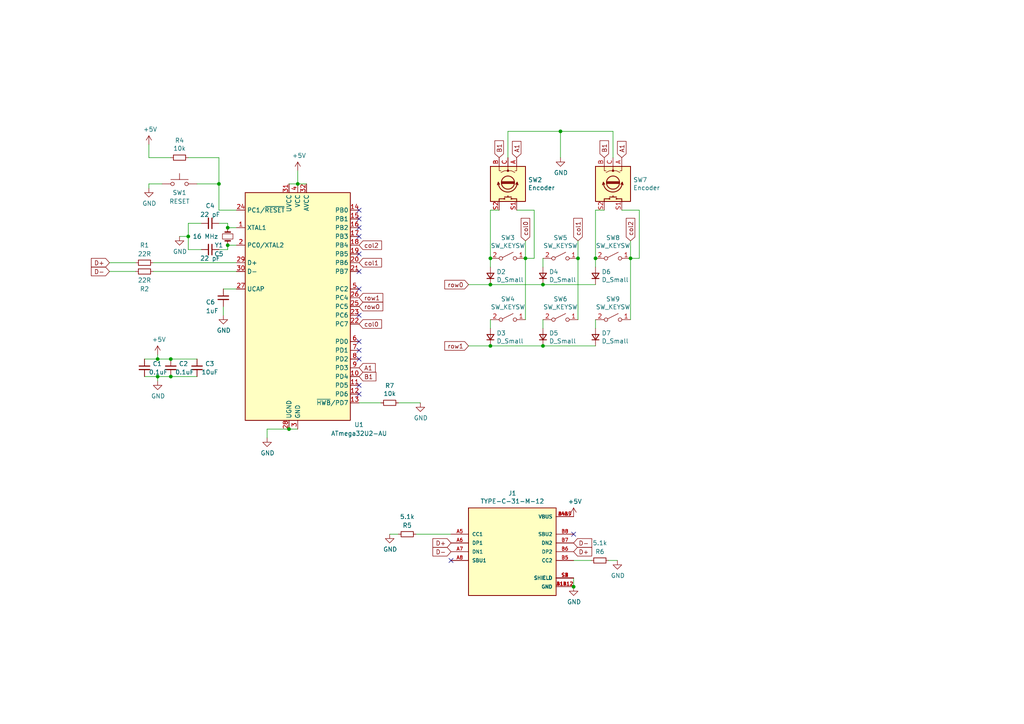
<source format=kicad_sch>
(kicad_sch (version 20211123) (generator eeschema)
  (paper "A4")
  (lib_symbols
    (symbol "Device:C_Small" (pin_numbers hide) (pin_names (offset 0.254) hide)
      (property "Reference" "C" (at 0.254 1.778 0))
      (property "Value" "C_Small" (at 0.254 -2.032 0))
      (symbol "C_Small_0_1"
        (polyline (pts (xy -1.524 -0.508) (xy 1.524 -0.508)) (stroke (width 0.3302)))
        (polyline (pts (xy -1.524 0.508) (xy 1.524 0.508)) (stroke (width 0.3048)))
      )
      (symbol "C_Small_1_1"
        (pin passive line (at 0 2.54 270) (length 2.032) (name "~") (number "1"))
        (pin passive line (at 0 -2.54 90) (length 2.032) (name "~") (number "2"))
      )
    )
    (symbol "Device:Crystal_Small" (pin_numbers hide) (pin_names (offset 1.016) hide)
      (property "Reference" "Y" (at 0 2.54 0))
      (property "Value" "Crystal_Small" (at 0 -2.54 0))
      (symbol "Crystal_Small_0_1"
        (rectangle (start -0.762 -1.524) (end 0.762 1.524))
        (polyline (pts (xy -1.27 -0.762) (xy -1.27 0.762)) (stroke (width 0.381)))
        (polyline (pts (xy 1.27 -0.762) (xy 1.27 0.762)) (stroke (width 0.381)))
      )
      (symbol "Crystal_Small_1_1"
        (pin passive line (at -2.54 0 0) (length 1.27) (name "1") (number "1"))
        (pin passive line (at 2.54 0 180) (length 1.27) (name "2") (number "2"))
      )
    )
    (symbol "Device:D_Small" (pin_numbers hide) (pin_names (offset 0.254) hide)
      (property "Reference" "D" (at -1.27 2.032 0))
      (property "Value" "D_Small" (at -3.81 -2.032 0))
      (symbol "D_Small_0_1"
        (polyline (pts (xy -0.762 -1.016) (xy -0.762 1.016)) (stroke (width 0.254)))
        (polyline (pts (xy -0.762 0) (xy 0.762 0)))
        (polyline (pts (xy 0.762 -1.016) (xy -0.762 0) (xy 0.762 1.016) (xy 0.762 -1.016)) (stroke (width 0.254)))
      )
      (symbol "D_Small_1_1"
        (pin passive line (at -2.54 0 0) (length 1.778) (name "K") (number "1"))
        (pin passive line (at 2.54 0 180) (length 1.778) (name "A") (number "2"))
      )
    )
    (symbol "Device:R_Small" (pin_numbers hide) (pin_names (offset 0.254) hide)
      (property "Reference" "R" (at 0.762 0.508 0))
      (property "Value" "R_Small" (at 0.762 -1.016 0))
      (symbol "R_Small_0_1"
        (rectangle (start -0.762 1.778) (end 0.762 -1.778) (stroke (width 0.2032)))
      )
      (symbol "R_Small_1_1"
        (pin passive line (at 0 2.54 270) (length 0.762) (name "~") (number "1"))
        (pin passive line (at 0 -2.54 90) (length 0.762) (name "~") (number "2"))
      )
    )
    (symbol "Device:Rotary_Encoder_Switch" (pin_names (offset 0.254) hide)
      (property "Reference" "SW" (at 0 6.604 0))
      (property "Value" "Device_Rotary_Encoder_Switch" (at 0 -6.604 0))
      (symbol "Rotary_Encoder_Switch_0_1"
        (rectangle (start -5.08 5.08) (end 5.08 -5.08) (stroke (width 0.254)) (fill (type background)))
        (circle (center -3.81 0) (radius 0.254) (fill (type outline)))
        (arc (start -0.381 -2.794) (mid 2.3622 -0.0508) (end -0.381 2.667) (stroke (width 0.254)))
        (circle (center -0.381 0) (radius 1.905) (stroke (width 0.254)))
        (polyline (pts (xy -0.635 -1.778) (xy -0.635 1.778)) (stroke (width 0.254)))
        (polyline (pts (xy -0.381 -1.778) (xy -0.381 1.778)) (stroke (width 0.254)))
        (polyline (pts (xy -0.127 1.778) (xy -0.127 -1.778)) (stroke (width 0.254)))
        (polyline (pts (xy 3.81 0) (xy 3.429 0)) (stroke (width 0.254)))
        (polyline (pts (xy 3.81 1.016) (xy 3.81 -1.016)) (stroke (width 0.254)))
        (polyline (pts (xy -5.08 -2.54) (xy -3.81 -2.54) (xy -3.81 -2.032)))
        (polyline (pts (xy -5.08 2.54) (xy -3.81 2.54) (xy -3.81 2.032)))
        (polyline (pts (xy 0.254 -3.048) (xy -0.508 -2.794) (xy 0.127 -2.413)) (stroke (width 0.254)))
        (polyline (pts (xy 0.254 2.921) (xy -0.508 2.667) (xy 0.127 2.286)) (stroke (width 0.254)))
        (polyline (pts (xy 5.08 -2.54) (xy 4.318 -2.54) (xy 4.318 -1.016)) (stroke (width 0.254)))
        (polyline (pts (xy 5.08 2.54) (xy 4.318 2.54) (xy 4.318 1.016)) (stroke (width 0.254)))
        (polyline (pts (xy -5.08 0) (xy -3.81 0) (xy -3.81 -1.016) (xy -3.302 -2.032)))
        (polyline (pts (xy -4.318 0) (xy -3.81 0) (xy -3.81 1.016) (xy -3.302 2.032)))
        (circle (center 4.318 -1.016) (radius 0.127) (stroke (width 0.254)))
        (circle (center 4.318 1.016) (radius 0.127) (stroke (width 0.254)))
      )
      (symbol "Rotary_Encoder_Switch_1_1"
        (pin passive line (at -7.62 2.54 0) (length 2.54) (name "A") (number "A"))
        (pin passive line (at -7.62 -2.54 0) (length 2.54) (name "B") (number "B"))
        (pin passive line (at -7.62 0 0) (length 2.54) (name "C") (number "C"))
        (pin passive line (at 7.62 2.54 180) (length 2.54) (name "S1") (number "S1"))
        (pin passive line (at 7.62 -2.54 180) (length 2.54) (name "S2") (number "S2"))
      )
    )
    (symbol "MCU_Microchip_ATmega:ATmega32U2-AU"
      (property "Reference" "U" (at -15.24 34.29 0))
      (property "Value" "MCU_Microchip_ATmega_ATmega32U2-AU" (at 2.54 -34.29 0))
      (symbol "ATmega32U2-AU_0_1"
        (rectangle (start -15.24 -33.02) (end 15.24 33.02) (stroke (width 0.254)) (fill (type background)))
      )
      (symbol "ATmega32U2-AU_1_1"
        (pin input line (at -17.78 22.86 0) (length 2.54) (name "XTAL1") (number "1"))
        (pin bidirectional line (at 17.78 -20.32 180) (length 2.54) (name "PD4") (number "10"))
        (pin bidirectional line (at 17.78 -22.86 180) (length 2.54) (name "PD5") (number "11"))
        (pin bidirectional line (at 17.78 -25.4 180) (length 2.54) (name "PD6") (number "12"))
        (pin bidirectional line (at 17.78 -27.94 180) (length 2.54) (name "~{HWB}/PD7") (number "13"))
        (pin bidirectional line (at 17.78 27.94 180) (length 2.54) (name "PB0") (number "14"))
        (pin bidirectional line (at 17.78 25.4 180) (length 2.54) (name "PB1") (number "15"))
        (pin bidirectional line (at 17.78 22.86 180) (length 2.54) (name "PB2") (number "16"))
        (pin bidirectional line (at 17.78 20.32 180) (length 2.54) (name "PB3") (number "17"))
        (pin bidirectional line (at 17.78 17.78 180) (length 2.54) (name "PB4") (number "18"))
        (pin bidirectional line (at 17.78 15.24 180) (length 2.54) (name "PB5") (number "19"))
        (pin bidirectional line (at -17.78 17.78 0) (length 2.54) (name "PC0/XTAL2") (number "2"))
        (pin bidirectional line (at 17.78 12.7 180) (length 2.54) (name "PB6") (number "20"))
        (pin bidirectional line (at 17.78 10.16 180) (length 2.54) (name "PB7") (number "21"))
        (pin bidirectional line (at 17.78 -5.08 180) (length 2.54) (name "PC7") (number "22"))
        (pin bidirectional line (at 17.78 -2.54 180) (length 2.54) (name "PC6") (number "23"))
        (pin bidirectional line (at -17.78 27.94 0) (length 2.54) (name "PC1/~{RESET}") (number "24"))
        (pin bidirectional line (at 17.78 0 180) (length 2.54) (name "PC5") (number "25"))
        (pin bidirectional line (at 17.78 2.54 180) (length 2.54) (name "PC4") (number "26"))
        (pin passive line (at -17.78 5.08 0) (length 2.54) (name "UCAP") (number "27"))
        (pin power_in line (at -2.54 -35.56 90) (length 2.54) (name "UGND") (number "28"))
        (pin bidirectional line (at -17.78 12.7 0) (length 2.54) (name "D+") (number "29"))
        (pin power_in line (at 0 -35.56 90) (length 2.54) (name "GND") (number "3"))
        (pin bidirectional line (at -17.78 10.16 0) (length 2.54) (name "D-") (number "30"))
        (pin power_in line (at -2.54 35.56 270) (length 2.54) (name "UVCC") (number "31"))
        (pin power_in line (at 2.54 35.56 270) (length 2.54) (name "AVCC") (number "32"))
        (pin power_in line (at 0 35.56 270) (length 2.54) (name "VCC") (number "4"))
        (pin bidirectional line (at 17.78 5.08 180) (length 2.54) (name "PC2") (number "5"))
        (pin bidirectional line (at 17.78 -10.16 180) (length 2.54) (name "PD0") (number "6"))
        (pin bidirectional line (at 17.78 -12.7 180) (length 2.54) (name "PD1") (number "7"))
        (pin bidirectional line (at 17.78 -15.24 180) (length 2.54) (name "PD2") (number "8"))
        (pin bidirectional line (at 17.78 -17.78 180) (length 2.54) (name "PD3") (number "9"))
      )
    )
    (symbol "SamacSys_Parts:SW_KEYSW" (pin_names (offset 0) hide)
      (property "Reference" "SW" (at 0 3.175 0))
      (property "Value" "SamacSys_Parts_SW_KEYSW" (at 0 -2.54 0))
      (symbol "SW_KEYSW_0_0"
        (circle (center -2.032 0) (radius 0.508))
        (polyline (pts (xy -1.524 0.254) (xy 1.524 1.778)))
        (circle (center 2.032 0) (radius 0.508))
      )
      (symbol "SW_KEYSW_1_1"
        (pin passive line (at 5.08 0 180) (length 2.54) (name "B") (number "1"))
        (pin passive line (at -5.08 0 0) (length 2.54) (name "A") (number "2"))
      )
    )
    (symbol "Switch:SW_Push" (pin_numbers hide) (pin_names (offset 1.016) hide)
      (property "Reference" "SW" (at 1.27 2.54 0))
      (property "Value" "SW_Push" (at 0 -1.524 0))
      (symbol "SW_Push_0_1"
        (circle (center -2.032 0) (radius 0.508))
        (polyline (pts (xy 0 1.27) (xy 0 3.048)))
        (polyline (pts (xy 2.54 1.27) (xy -2.54 1.27)))
        (circle (center 2.032 0) (radius 0.508))
        (pin passive line (at -5.08 0 0) (length 2.54) (name "1") (number "1"))
        (pin passive line (at 5.08 0 180) (length 2.54) (name "2") (number "2"))
      )
    )
    (symbol "TYPE-C-31-M-12:TYPE-C-31-M-12" (pin_names (offset 1.016))
      (property "Reference" "J" (at -12.7 13.462 0))
      (property "Value" "TYPE-C-31-M-12_TYPE-C-31-M-12" (at -12.7 -13.462 0))
      (symbol "TYPE-C-31-M-12_0_0"
        (rectangle (start -12.7 -12.7) (end 12.7 12.7) (stroke (width 0.254)) (fill (type background)))
        (pin power_in line (at 17.78 -10.16 180) (length 5.08) (name "GND") (number "A1B12"))
        (pin power_in line (at 17.78 10.16 180) (length 5.08) (name "VBUS") (number "A4B9"))
        (pin bidirectional line (at -17.78 5.08 0) (length 5.08) (name "CC1") (number "A5"))
        (pin bidirectional line (at -17.78 2.54 0) (length 5.08) (name "DP1") (number "A6"))
        (pin bidirectional line (at -17.78 0 0) (length 5.08) (name "DN1") (number "A7"))
        (pin bidirectional line (at -17.78 -2.54 0) (length 5.08) (name "SBU1") (number "A8"))
        (pin power_in line (at 17.78 -10.16 180) (length 5.08) (name "GND") (number "B1A12"))
        (pin power_in line (at 17.78 10.16 180) (length 5.08) (name "VBUS") (number "B4A9"))
        (pin bidirectional line (at 17.78 -2.54 180) (length 5.08) (name "CC2") (number "B5"))
        (pin bidirectional line (at 17.78 0 180) (length 5.08) (name "DP2") (number "B6"))
        (pin bidirectional line (at 17.78 2.54 180) (length 5.08) (name "DN2") (number "B7"))
        (pin bidirectional line (at 17.78 5.08 180) (length 5.08) (name "SBU2") (number "B8"))
        (pin passive line (at 17.78 -7.62 180) (length 5.08) (name "SHIELD") (number "S1"))
        (pin passive line (at 17.78 -7.62 180) (length 5.08) (name "SHIELD") (number "S2"))
        (pin passive line (at 17.78 -7.62 180) (length 5.08) (name "SHIELD") (number "S3"))
        (pin passive line (at 17.78 -7.62 180) (length 5.08) (name "SHIELD") (number "S4"))
      )
    )
    (symbol "power:+5V" (power) (pin_names (offset 0))
      (property "Value" "+5V" (at 0 3.556 0))
      (symbol "+5V_0_1"
        (polyline (pts (xy -0.762 1.27) (xy 0 2.54)))
        (polyline (pts (xy 0 0) (xy 0 2.54)))
        (polyline (pts (xy 0 2.54) (xy 0.762 1.27)))
      )
      (symbol "+5V_1_1"
        (pin power_in line (at 0 0 90) (length 0) hide (name "+5V") (number "1"))
      )
    )
    (symbol "power:GND" (power) (pin_names (offset 0))
      (property "Value" "GND" (at 0 -3.81 0))
      (symbol "GND_0_1"
        (polyline (pts (xy 0 0) (xy 0 -1.27) (xy 1.27 -1.27) (xy 0 -2.54) (xy -1.27 -1.27) (xy 0 -1.27)))
      )
      (symbol "GND_1_1"
        (pin power_in line (at 0 0 270) (length 0) hide (name "GND") (number "1"))
      )
    )
  )
  (junction (at 166.37 170.18))
  (junction (at 45.72 104.14))
  (junction (at 172.72 74.93))
  (junction (at 54.61 68.58))
  (junction (at 152.4 74.93))
  (junction (at 142.24 74.93))
  (junction (at 157.48 82.55))
  (junction (at 45.72 109.22))
  (junction (at 83.82 124.46))
  (junction (at 86.36 53.34))
  (junction (at 182.88 74.93))
  (junction (at 63.5 53.34))
  (junction (at 66.04 71.12))
  (junction (at 142.24 100.33))
  (junction (at 49.53 109.22))
  (junction (at 157.48 100.33))
  (junction (at 66.04 66.04))
  (junction (at 162.56 38.1))
  (junction (at 49.53 104.14))
  (junction (at 142.24 82.55))
  (junction (at 167.64 74.93))
  (no_connect (at 104.14 99.06))
  (no_connect (at 130.81 162.56))
  (no_connect (at 104.14 63.5))
  (no_connect (at 104.14 101.6))
  (no_connect (at 104.14 66.04))
  (no_connect (at 104.14 60.96))
  (no_connect (at 166.37 154.94))
  (no_connect (at 104.14 104.14))
  (no_connect (at 104.14 73.66))
  (no_connect (at 104.14 91.44))
  (no_connect (at 104.14 111.76))
  (no_connect (at 104.14 83.82))
  (no_connect (at 104.14 78.74))
  (no_connect (at 104.14 68.58))
  (no_connect (at 104.14 114.3))
  (wire (pts (xy 43.18 53.34) (xy 46.99 53.34)))
  (wire (pts (xy 49.53 104.14) (xy 57.15 104.14)))
  (wire (pts (xy 54.61 72.39) (xy 54.61 68.58)))
  (wire (pts (xy 54.61 45.72) (xy 63.5 45.72)))
  (wire (pts (xy 157.48 74.93) (xy 157.48 77.47)))
  (wire (pts (xy 175.26 60.96) (xy 172.72 60.96)))
  (wire (pts (xy 154.94 60.96) (xy 154.94 74.93)))
  (wire (pts (xy 172.72 100.33) (xy 157.48 100.33)))
  (wire (pts (xy 83.82 53.34) (xy 86.36 53.34)))
  (wire (pts (xy 147.32 45.72) (xy 147.32 38.1)))
  (wire (pts (xy 45.72 109.22) (xy 49.53 109.22)))
  (wire (pts (xy 77.47 124.46) (xy 77.47 127)))
  (wire (pts (xy 66.04 72.39) (xy 66.04 71.12)))
  (wire (pts (xy 121.92 116.84) (xy 115.57 116.84)))
  (wire (pts (xy 86.36 124.46) (xy 83.82 124.46)))
  (wire (pts (xy 180.34 60.96) (xy 185.42 60.96)))
  (wire (pts (xy 162.56 38.1) (xy 162.56 45.72)))
  (wire (pts (xy 177.8 45.72) (xy 177.8 38.1)))
  (wire (pts (xy 152.4 74.93) (xy 152.4 92.71)))
  (wire (pts (xy 149.86 60.96) (xy 154.94 60.96)))
  (wire (pts (xy 66.04 71.12) (xy 68.58 71.12)))
  (wire (pts (xy 41.91 104.14) (xy 45.72 104.14)))
  (wire (pts (xy 86.36 53.34) (xy 88.9 53.34)))
  (wire (pts (xy 172.72 77.47) (xy 172.72 74.93)))
  (wire (pts (xy 147.32 38.1) (xy 162.56 38.1)))
  (wire (pts (xy 41.91 109.22) (xy 45.72 109.22)))
  (wire (pts (xy 58.42 72.39) (xy 54.61 72.39)))
  (wire (pts (xy 49.53 45.72) (xy 43.18 45.72)))
  (wire (pts (xy 176.53 162.56) (xy 179.07 162.56)))
  (wire (pts (xy 157.48 82.55) (xy 142.24 82.55)))
  (wire (pts (xy 157.48 100.33) (xy 142.24 100.33)))
  (wire (pts (xy 66.04 66.04) (xy 66.04 64.77)))
  (wire (pts (xy 44.45 76.2) (xy 68.58 76.2)))
  (wire (pts (xy 58.42 64.77) (xy 54.61 64.77)))
  (wire (pts (xy 142.24 60.96) (xy 142.24 74.93)))
  (wire (pts (xy 64.77 88.9) (xy 64.77 91.44)))
  (wire (pts (xy 54.61 68.58) (xy 52.07 68.58)))
  (wire (pts (xy 43.18 41.91) (xy 43.18 45.72)))
  (wire (pts (xy 63.5 45.72) (xy 63.5 53.34)))
  (wire (pts (xy 142.24 92.71) (xy 142.24 95.25)))
  (wire (pts (xy 172.72 92.71) (xy 172.72 95.25)))
  (wire (pts (xy 63.5 72.39) (xy 66.04 72.39)))
  (wire (pts (xy 177.8 38.1) (xy 162.56 38.1)))
  (wire (pts (xy 45.72 109.22) (xy 45.72 110.49)))
  (wire (pts (xy 39.37 78.74) (xy 31.75 78.74)))
  (wire (pts (xy 45.72 104.14) (xy 49.53 104.14)))
  (wire (pts (xy 39.37 76.2) (xy 31.75 76.2)))
  (wire (pts (xy 172.72 82.55) (xy 157.48 82.55)))
  (wire (pts (xy 68.58 60.96) (xy 63.5 60.96)))
  (wire (pts (xy 49.53 109.22) (xy 57.15 109.22)))
  (wire (pts (xy 45.72 102.87) (xy 45.72 104.14)))
  (wire (pts (xy 83.82 124.46) (xy 77.47 124.46)))
  (wire (pts (xy 68.58 83.82) (xy 64.77 83.82)))
  (wire (pts (xy 142.24 100.33) (xy 135.89 100.33)))
  (wire (pts (xy 157.48 92.71) (xy 157.48 95.25)))
  (wire (pts (xy 154.94 74.93) (xy 152.4 74.93)))
  (wire (pts (xy 166.37 170.18) (xy 166.37 167.64)))
  (wire (pts (xy 166.37 162.56) (xy 171.45 162.56)))
  (wire (pts (xy 57.15 53.34) (xy 63.5 53.34)))
  (wire (pts (xy 63.5 60.96) (xy 63.5 53.34)))
  (wire (pts (xy 120.65 154.94) (xy 130.81 154.94)))
  (wire (pts (xy 182.88 69.85) (xy 182.88 74.93)))
  (wire (pts (xy 172.72 60.96) (xy 172.72 74.93)))
  (wire (pts (xy 68.58 66.04) (xy 66.04 66.04)))
  (wire (pts (xy 167.64 74.93) (xy 167.64 92.71)))
  (wire (pts (xy 152.4 69.85) (xy 152.4 74.93)))
  (wire (pts (xy 115.57 154.94) (xy 113.03 154.94)))
  (wire (pts (xy 185.42 74.93) (xy 182.88 74.93)))
  (wire (pts (xy 185.42 60.96) (xy 185.42 74.93)))
  (wire (pts (xy 44.45 78.74) (xy 68.58 78.74)))
  (wire (pts (xy 86.36 49.53) (xy 86.36 53.34)))
  (wire (pts (xy 110.49 116.84) (xy 104.14 116.84)))
  (wire (pts (xy 54.61 64.77) (xy 54.61 68.58)))
  (wire (pts (xy 66.04 64.77) (xy 63.5 64.77)))
  (wire (pts (xy 142.24 82.55) (xy 135.89 82.55)))
  (wire (pts (xy 182.88 74.93) (xy 182.88 92.71)))
  (wire (pts (xy 142.24 74.93) (xy 142.24 77.47)))
  (wire (pts (xy 43.18 53.34) (xy 43.18 54.61)))
  (wire (pts (xy 167.64 69.85) (xy 167.64 74.93)))
  (wire (pts (xy 144.78 60.96) (xy 142.24 60.96)))
  (text "1" (at 393.7 280.67 180) (effects (font (size 1.27 1.27)) (justify right bottom)))
  (global_label "A1" (shape input) (at 149.86 45.72 90) (property "Intersheet References" "${INTERSHEET_REFS}" (effects hide)))
  (global_label "B1" (shape input) (at 144.78 45.72 90) (property "Intersheet References" "${INTERSHEET_REFS}" (effects hide)))
  (global_label "col0" (shape input) (at 104.14 93.98 0) (property "Intersheet References" "${INTERSHEET_REFS}" (effects hide)))
  (global_label "row0" (shape input) (at 135.89 82.55 180) (property "Intersheet References" "${INTERSHEET_REFS}" (effects hide)))
  (global_label "D-" (shape input) (at 31.75 78.74 180) (property "Intersheet References" "${INTERSHEET_REFS}" (effects hide)))
  (global_label "col2" (shape input) (at 104.14 71.12 0) (property "Intersheet References" "${INTERSHEET_REFS}" (effects hide)))
  (global_label "A1" (shape input) (at 104.14 106.68 0) (property "Intersheet References" "${INTERSHEET_REFS}" (effects hide)))
  (global_label "col0" (shape input) (at 152.4 69.85 90) (property "Intersheet References" "${INTERSHEET_REFS}" (effects hide)))
  (global_label "row0" (shape input) (at 104.14 88.9 0) (property "Intersheet References" "${INTERSHEET_REFS}" (effects hide)))
  (global_label "col1" (shape input) (at 167.64 69.85 90) (property "Intersheet References" "${INTERSHEET_REFS}" (effects hide)))
  (global_label "col2" (shape input) (at 182.88 69.85 90) (property "Intersheet References" "${INTERSHEET_REFS}" (effects hide)))
  (global_label "B1" (shape input) (at 104.14 109.22 0) (property "Intersheet References" "${INTERSHEET_REFS}" (effects hide)))
  (global_label "col1" (shape input) (at 104.14 76.2 0) (property "Intersheet References" "${INTERSHEET_REFS}" (effects hide)))
  (global_label "D+" (shape input) (at 166.37 160.02 0) (property "Intersheet References" "${INTERSHEET_REFS}" (effects hide)))
  (global_label "D+" (shape input) (at 130.81 157.48 180) (property "Intersheet References" "${INTERSHEET_REFS}" (effects hide)))
  (global_label "D+" (shape input) (at 31.75 76.2 180) (property "Intersheet References" "${INTERSHEET_REFS}" (effects hide)))
  (global_label "D-" (shape input) (at 166.37 157.48 0) (property "Intersheet References" "${INTERSHEET_REFS}" (effects hide)))
  (global_label "B1" (shape input) (at 175.26 45.72 90) (property "Intersheet References" "${INTERSHEET_REFS}" (effects hide)))
  (global_label "D-" (shape input) (at 130.81 160.02 180) (property "Intersheet References" "${INTERSHEET_REFS}" (effects hide)))
  (global_label "row1" (shape input) (at 104.14 86.36 0) (property "Intersheet References" "${INTERSHEET_REFS}" (effects hide)))
  (global_label "row1" (shape input) (at 135.89 100.33 180) (property "Intersheet References" "${INTERSHEET_REFS}" (effects hide)))
  (global_label "A1" (shape input) (at 180.34 45.72 90) (property "Intersheet References" "${INTERSHEET_REFS}" (effects hide)))
  (symbol (lib_id "Device:R_Small") (at 113.03 116.84 270) (unit 1)
    (property "Reference" "R7" (at 113.03 111.8616 90))
    (property "Value" "10k" (at 113.03 114.173 90))
    (property "Footprint" "Resistor_SMD:R_0805_2012Metric_Pad1.20x1.40mm_HandSolder" (effects hide))
  )
  (symbol (lib_id "power:GND") (at 121.92 116.84 0) (unit 1)
    (property "Reference" "#PWR015" (effects hide))
    (property "Value" "GND" (at 122.047 121.2342 0))
  )
  (symbol (lib_id "Device:R_Small") (at 41.91 76.2 270) (unit 1)
    (property "Reference" "R1" (at 41.91 71.12 90))
    (property "Value" "22R" (at 41.91 73.66 90))
    (property "Footprint" "Resistor_SMD:R_0805_2012Metric_Pad1.20x1.40mm_HandSolder" (effects hide))
  )
  (symbol (lib_id "Device:R_Small") (at 41.91 78.74 270) (unit 1)
    (property "Reference" "R2" (at 41.91 83.82 90))
    (property "Value" "22R" (at 41.91 81.28 90))
    (property "Footprint" "Resistor_SMD:R_0805_2012Metric_Pad1.20x1.40mm_HandSolder" (effects hide))
  )
  (symbol (lib_id "Device:C_Small") (at 41.91 106.68 0) (unit 1)
    (property "Reference" "C1" (at 44.2468 105.5116 0) (effects (justify left)))
    (property "Value" "0.1uF" (at 43.18 107.95 0) (effects (justify left)))
    (property "Footprint" "Capacitor_SMD:C_0805_2012Metric_Pad1.18x1.45mm_HandSolder" (effects hide))
  )
  (symbol (lib_id "Device:C_Small") (at 49.53 106.68 0) (unit 1)
    (property "Reference" "C2" (at 51.8668 105.5116 0) (effects (justify left)))
    (property "Value" "0.1uF" (at 50.8 107.95 0) (effects (justify left)))
    (property "Footprint" "Capacitor_SMD:C_0805_2012Metric_Pad1.18x1.45mm_HandSolder" (effects hide))
  )
  (symbol (lib_id "Device:C_Small") (at 57.15 106.68 0) (unit 1)
    (property "Reference" "C3" (at 59.4868 105.5116 0) (effects (justify left)))
    (property "Value" "10uF" (at 58.42 107.95 0) (effects (justify left)))
    (property "Footprint" "Capacitor_SMD:C_0805_2012Metric_Pad1.18x1.45mm_HandSolder" (effects hide))
  )
  (symbol (lib_id "power:+5V") (at 45.72 102.87 0) (unit 1)
    (property "Reference" "#PWR04" (effects hide))
    (property "Value" "+5V" (at 46.101 98.4758 0))
  )
  (symbol (lib_id "power:GND") (at 45.72 110.49 0) (unit 1)
    (property "Reference" "#PWR05" (effects hide))
    (property "Value" "GND" (at 45.847 114.8842 0))
  )
  (symbol (lib_id "Device:R_Small") (at 52.07 45.72 270) (unit 1)
    (property "Reference" "R4" (at 52.07 40.7416 90))
    (property "Value" "10k" (at 52.07 43.053 90))
    (property "Footprint" "Resistor_SMD:R_0805_2012Metric_Pad1.20x1.40mm_HandSolder" (effects hide))
  )
  (symbol (lib_id "power:+5V") (at 43.18 41.91 0) (unit 1)
    (property "Reference" "#PWR02" (effects hide))
    (property "Value" "+5V" (at 43.561 37.5158 0))
  )
  (symbol (lib_id "power:GND") (at 43.18 54.61 0) (unit 1)
    (property "Reference" "#PWR03" (effects hide))
    (property "Value" "GND" (at 43.307 59.0042 0))
  )
  (symbol (lib_id "Device:R_Small") (at 118.11 154.94 270) (unit 1)
    (property "Reference" "R5" (at 118.11 152.4 90))
    (property "Value" "5.1k" (at 118.11 149.86 90))
    (property "Footprint" "Resistor_SMD:R_0805_2012Metric_Pad1.20x1.40mm_HandSolder" (effects hide))
  )
  (symbol (lib_id "Device:R_Small") (at 173.99 162.56 90) (unit 1)
    (property "Reference" "R6" (at 173.99 160.02 90))
    (property "Value" "5.1k" (at 173.99 157.48 90))
    (property "Footprint" "Resistor_SMD:R_0805_2012Metric_Pad1.20x1.40mm_HandSolder" (effects hide))
  )
  (symbol (lib_id "power:GND") (at 113.03 154.94 0) (unit 1)
    (property "Reference" "#PWR08" (effects hide))
    (property "Value" "GND" (at 113.157 159.3342 0))
  )
  (symbol (lib_id "power:GND") (at 179.07 162.56 0) (unit 1)
    (property "Reference" "#PWR09" (effects hide))
    (property "Value" "GND" (at 179.197 166.9542 0))
  )
  (symbol (lib_id "power:GND") (at 166.37 170.18 0) (unit 1)
    (property "Reference" "#PWR014" (effects hide))
    (property "Value" "GND" (at 166.497 174.5742 0))
  )
  (symbol (lib_id "power:+5V") (at 166.37 149.86 0) (unit 1)
    (property "Reference" "#PWR013" (effects hide))
    (property "Value" "+5V" (at 166.751 145.4658 0))
  )
  (symbol (lib_id "MCU_Microchip_ATmega:ATmega32U2-AU") (at 86.36 88.9 0) (unit 1)
    (property "Reference" "U1" (at 104.14 123.19 0))
    (property "Value" "ATmega32U2-AU" (at 104.14 125.73 0))
    (property "Footprint" "Package_QFP:TQFP-32_7x7mm_P0.8mm" (effects hide))
    (property "Datasheet" "http://ww1.microchip.com/downloads/en/DeviceDoc/doc7799.pdf" (effects hide))
  )
  (symbol (lib_id "power:GND") (at 77.47 127 0) (unit 1)
    (property "Reference" "#PWR011" (effects hide))
    (property "Value" "GND" (at 77.597 131.3942 0))
  )
  (symbol (lib_id "power:+5V") (at 86.36 49.53 0) (unit 1)
    (property "Reference" "#PWR012" (effects hide))
    (property "Value" "+5V" (at 86.741 45.1358 0))
  )
  (symbol (lib_id "Switch:SW_Push") (at 52.07 53.34 0) (unit 1)
    (property "Reference" "SW1" (at 52.07 55.88 0))
    (property "Value" "RESET" (at 52.07 58.42 0))
    (property "Footprint" "Button_Switch_SMD:SW_SPST_SKQG_WithStem" (effects hide))
  )
  (symbol (lib_id "Device:Crystal_Small") (at 66.04 68.58 270) (unit 1)
    (property "Reference" "Y1" (at 62.23 71.12 90) (effects (justify left)))
    (property "Value" "16 MHz" (at 55.88 68.58 90) (effects (justify left)))
    (property "Footprint" "Crystal:Crystal_HC49-4H_Vertical" (effects hide))
  )
  (symbol (lib_id "Device:C_Small") (at 60.96 64.77 270) (unit 1)
    (property "Reference" "C4" (at 60.96 59.69 90))
    (property "Value" "22 pF" (at 60.96 62.23 90))
    (property "Footprint" "Capacitor_SMD:C_0805_2012Metric_Pad1.18x1.45mm_HandSolder" (effects hide))
  )
  (symbol (lib_id "Device:C_Small") (at 60.96 72.39 270) (unit 1)
    (property "Reference" "C5" (at 63.5 73.66 90))
    (property "Value" "22 pF" (at 60.96 74.93 90))
    (property "Footprint" "Capacitor_SMD:C_0805_2012Metric_Pad1.18x1.45mm_HandSolder" (effects hide))
  )
  (symbol (lib_id "Device:D_Small") (at 142.24 80.01 90) (unit 1)
    (property "Reference" "D2" (at 144.018 78.8416 90) (effects (justify right)))
    (property "Value" "D_Small" (at 144.018 81.153 90) (effects (justify right)))
    (property "Footprint" "Diode_SMD:D_SOD-123" (effects hide))
  )
  (symbol (lib_id "Device:D_Small") (at 157.48 80.01 90) (unit 1)
    (property "Reference" "D4" (at 159.258 78.8416 90) (effects (justify right)))
    (property "Value" "D_Small" (at 159.258 81.153 90) (effects (justify right)))
    (property "Footprint" "Diode_SMD:D_SOD-123" (effects hide))
  )
  (symbol (lib_id "Device:D_Small") (at 172.72 80.01 90) (unit 1)
    (property "Reference" "D6" (at 174.498 78.8416 90) (effects (justify right)))
    (property "Value" "D_Small" (at 174.498 81.153 90) (effects (justify right)))
    (property "Footprint" "Diode_SMD:D_SOD-123" (effects hide))
  )
  (symbol (lib_id "power:GND") (at 52.07 68.58 0) (unit 1)
    (property "Reference" "#PWR06" (effects hide))
    (property "Value" "GND" (at 52.197 72.9742 0))
  )
  (symbol (lib_id "Device:D_Small") (at 142.24 97.79 90) (unit 1)
    (property "Reference" "D3" (at 144.018 96.6216 90) (effects (justify right)))
    (property "Value" "D_Small" (at 144.018 98.933 90) (effects (justify right)))
    (property "Footprint" "Diode_SMD:D_SOD-123" (effects hide))
  )
  (symbol (lib_id "Device:D_Small") (at 157.48 97.79 90) (unit 1)
    (property "Reference" "D5" (at 159.258 96.6216 90) (effects (justify right)))
    (property "Value" "D_Small" (at 159.258 98.933 90) (effects (justify right)))
    (property "Footprint" "Diode_SMD:D_SOD-123" (effects hide))
  )
  (symbol (lib_id "Device:D_Small") (at 172.72 97.79 90) (unit 1)
    (property "Reference" "D7" (at 174.498 96.6216 90) (effects (justify right)))
    (property "Value" "D_Small" (at 174.498 98.933 90) (effects (justify right)))
    (property "Footprint" "Diode_SMD:D_SOD-123" (effects hide))
  )
  (symbol (lib_id "Device:Rotary_Encoder_Switch") (at 147.32 53.34 270) (unit 1)
    (property "Reference" "SW2" (at 153.162 52.1716 90) (effects (justify left)))
    (property "Value" "Encoder" (at 153.162 54.483 90) (effects (justify left)))
    (property "Footprint" "Rotary_Encoder:RotaryEncoder_Alps_EC11E-Switch_Vertical_H20mm" (effects hide))
  )
  (symbol (lib_id "Device:Rotary_Encoder_Switch") (at 177.8 53.34 270) (unit 1)
    (property "Reference" "SW7" (at 183.642 52.1716 90) (effects (justify left)))
    (property "Value" "Encoder" (at 183.642 54.483 90) (effects (justify left)))
    (property "Footprint" "Rotary_Encoder:RotaryEncoder_Alps_EC11E-Switch_Vertical_H20mm" (effects hide))
  )
  (symbol (lib_id "Device:C_Small") (at 64.77 86.36 0) (unit 1)
    (property "Reference" "C6" (at 59.69 87.63 0) (effects (justify left)))
    (property "Value" "1uF" (at 59.69 90.17 0) (effects (justify left)))
    (property "Footprint" "Capacitor_SMD:C_0805_2012Metric_Pad1.18x1.45mm_HandSolder" (effects hide))
  )
  (symbol (lib_id "power:GND") (at 64.77 91.44 0) (unit 1)
    (property "Reference" "#PWR010" (effects hide))
    (property "Value" "GND" (at 64.897 95.8342 0))
  )
  (symbol (lib_id "power:GND") (at 162.56 45.72 0) (unit 1)
    (property "Reference" "#PWR016" (effects hide))
    (property "Value" "GND" (at 162.687 50.1142 0))
  )
  (symbol (lib_id "SamacSys_Parts:SW_KEYSW") (at 147.32 74.93 0) (unit 1)
    (property "Reference" "SW3" (at 147.32 68.961 0))
    (property "Value" "SW_KEYSW" (at 147.32 71.2724 0))
    (property "Footprint" "Button_Switch_Keyboard:SW_Cherry_MX_1.00u_PCB" (effects hide))
  )
  (symbol (lib_id "SamacSys_Parts:SW_KEYSW") (at 177.8 74.93 0) (unit 1)
    (property "Reference" "SW8" (at 177.8 68.961 0))
    (property "Value" "SW_KEYSW" (at 177.8 71.2724 0))
    (property "Footprint" "Button_Switch_Keyboard:SW_Cherry_MX_1.00u_PCB" (effects hide))
  )
  (symbol (lib_id "SamacSys_Parts:SW_KEYSW") (at 162.56 74.93 0) (unit 1)
    (property "Reference" "SW5" (at 162.56 68.961 0))
    (property "Value" "SW_KEYSW" (at 162.56 71.2724 0))
    (property "Footprint" "Button_Switch_Keyboard:SW_Cherry_MX_1.00u_PCB" (effects hide))
  )
  (symbol (lib_id "SamacSys_Parts:SW_KEYSW") (at 147.32 92.71 0) (unit 1)
    (property "Reference" "SW4" (at 147.32 86.741 0))
    (property "Value" "SW_KEYSW" (at 147.32 89.0524 0))
    (property "Footprint" "Button_Switch_Keyboard:SW_Cherry_MX_1.00u_PCB" (effects hide))
  )
  (symbol (lib_id "SamacSys_Parts:SW_KEYSW") (at 162.56 92.71 0) (unit 1)
    (property "Reference" "SW6" (at 162.56 86.741 0))
    (property "Value" "SW_KEYSW" (at 162.56 89.0524 0))
    (property "Footprint" "Button_Switch_Keyboard:SW_Cherry_MX_1.00u_PCB" (effects hide))
  )
  (symbol (lib_id "SamacSys_Parts:SW_KEYSW") (at 177.8 92.71 0) (unit 1)
    (property "Reference" "SW9" (at 177.8 86.741 0))
    (property "Value" "SW_KEYSW" (at 177.8 89.0524 0))
    (property "Footprint" "Button_Switch_Keyboard:SW_Cherry_MX_1.00u_PCB" (effects hide))
  )
  (symbol (lib_id "TYPE-C-31-M-12:TYPE-C-31-M-12") (at 148.59 160.02 0) (unit 1)
    (property "Reference" "J1" (at 148.59 143.0782 0))
    (property "Value" "TYPE-C-31-M-12" (at 148.59 145.3896 0))
    (property "Footprint" "usb_c:HRO_TYPE-C-31-M-12" (effects hide))
    (property "STANDARD" "Manufacturer Recommendations" (effects hide))
    (property "PARTREV" "A" (effects hide))
    (property "MAXIMUM_PACKAGE_HEIGHT" "3.31mm" (effects hide))
    (property "MANUFACTURER" "HRO Electronics" (effects hide))
  )
)
</source>
